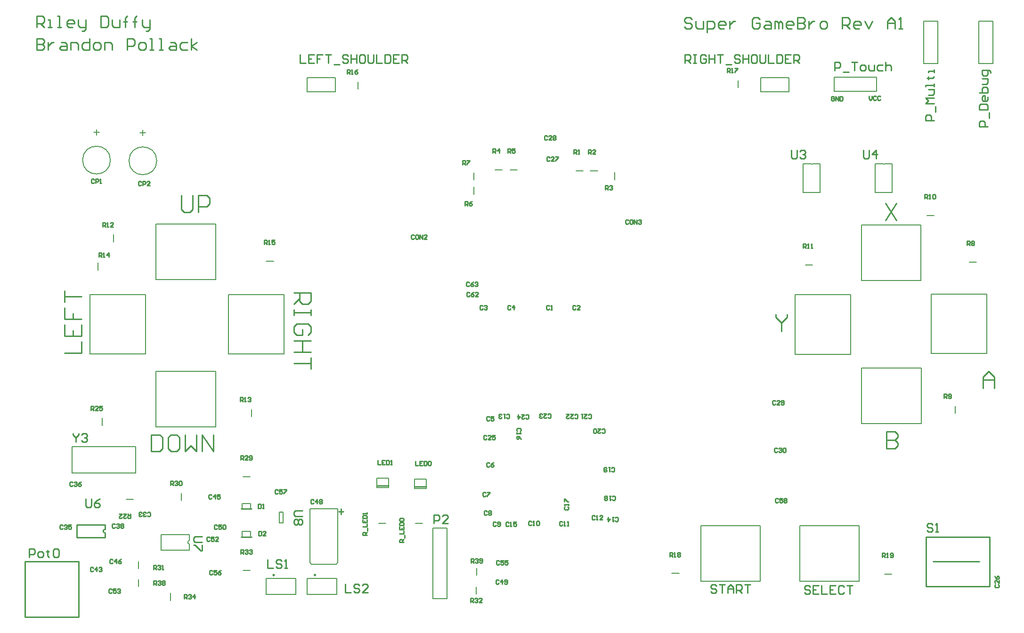
<source format=gto>
G04 Layer_Color=65535*
%FSLAX25Y25*%
%MOIN*%
G70*
G01*
G75*
%ADD35C,0.01000*%
%ADD85C,0.00787*%
%ADD86C,0.00984*%
D35*
X56800Y57200D02*
G03*
X56800Y54700I0J-1250D01*
G01*
X260Y-5028D02*
X38055D01*
X260Y34343D02*
X33331D01*
X260Y-4634D02*
Y34343D01*
X33331D02*
X38055D01*
Y-4634D02*
Y34343D01*
X153057Y71631D02*
X160537D01*
X153057Y51932D02*
X160537D01*
X682975Y16913D02*
Y51913D01*
X637975D02*
X682975D01*
X637975Y16913D02*
Y51913D01*
Y16913D02*
X682975D01*
X642975Y34413D02*
X659475D01*
X654975D02*
X675475D01*
X249463Y88128D02*
X257534D01*
X223805Y67948D02*
Y71885D01*
X222230Y69916D02*
X225379D01*
X36800Y60582D02*
X56800D01*
X36800Y51527D02*
Y60582D01*
Y51527D02*
X56800D01*
Y54700D01*
Y57200D02*
Y60582D01*
X275963Y87628D02*
X284034D01*
X82499Y303199D02*
X81999Y303699D01*
X81000D01*
X80500Y303199D01*
Y301200D01*
X81000Y300700D01*
X81999D01*
X82499Y301200D01*
X83499Y300700D02*
Y303699D01*
X84999D01*
X85498Y303199D01*
Y302200D01*
X84999Y301700D01*
X83499D01*
X88497Y300700D02*
X86498D01*
X88497Y302699D01*
Y303199D01*
X87998Y303699D01*
X86998D01*
X86498Y303199D01*
X49099Y304799D02*
X48599Y305299D01*
X47600D01*
X47100Y304799D01*
Y302800D01*
X47600Y302300D01*
X48599D01*
X49099Y302800D01*
X50099Y302300D02*
Y305299D01*
X51599D01*
X52098Y304799D01*
Y303800D01*
X51599Y303300D01*
X50099D01*
X53098Y302300D02*
X54098D01*
X53598D01*
Y305299D01*
X53098Y304799D01*
X314599Y231899D02*
X314100Y232399D01*
X313100D01*
X312600Y231899D01*
Y229900D01*
X313100Y229400D01*
X314100D01*
X314599Y229900D01*
X317598Y232399D02*
X316599Y231899D01*
X315599Y230900D01*
Y229900D01*
X316099Y229400D01*
X317098D01*
X317598Y229900D01*
Y230400D01*
X317098Y230900D01*
X315599D01*
X318598Y231899D02*
X319098Y232399D01*
X320098D01*
X320597Y231899D01*
Y231399D01*
X320098Y230900D01*
X319598D01*
X320098D01*
X320597Y230400D01*
Y229900D01*
X320098Y229400D01*
X319098D01*
X318598Y229900D01*
X314799Y224699D02*
X314300Y225199D01*
X313300D01*
X312800Y224699D01*
Y222700D01*
X313300Y222200D01*
X314300D01*
X314799Y222700D01*
X317798Y225199D02*
X316799Y224699D01*
X315799Y223699D01*
Y222700D01*
X316299Y222200D01*
X317299D01*
X317798Y222700D01*
Y223200D01*
X317299Y223699D01*
X315799D01*
X320797Y222200D02*
X318798D01*
X320797Y224199D01*
Y224699D01*
X320298Y225199D01*
X319298D01*
X318798Y224699D01*
X533200Y78699D02*
X532700Y79199D01*
X531700D01*
X531200Y78699D01*
Y76700D01*
X531700Y76200D01*
X532700D01*
X533200Y76700D01*
X536199Y79199D02*
X534199D01*
Y77700D01*
X535199Y78199D01*
X535699D01*
X536199Y77700D01*
Y76700D01*
X535699Y76200D01*
X534699D01*
X534199Y76700D01*
X537198Y78699D02*
X537698Y79199D01*
X538698D01*
X539198Y78699D01*
Y78199D01*
X538698Y77700D01*
X539198Y77200D01*
Y76700D01*
X538698Y76200D01*
X537698D01*
X537198Y76700D01*
Y77200D01*
X537698Y77700D01*
X537198Y78199D01*
Y78699D01*
X537698Y77700D02*
X538698D01*
X196498Y70400D02*
X191500D01*
X190500Y69400D01*
Y67401D01*
X191500Y66401D01*
X196498D01*
X195498Y64402D02*
X196498Y63402D01*
Y61403D01*
X195498Y60403D01*
X194499D01*
X193499Y61403D01*
X192499Y60403D01*
X191500D01*
X190500Y61403D01*
Y63402D01*
X191500Y64402D01*
X192499D01*
X193499Y63402D01*
X194499Y64402D01*
X195498D01*
X193499Y63402D02*
Y61403D01*
X179100Y84899D02*
X178600Y85399D01*
X177600D01*
X177100Y84899D01*
Y82900D01*
X177600Y82400D01*
X178600D01*
X179100Y82900D01*
X182098Y85399D02*
X180099D01*
Y83900D01*
X181099Y84399D01*
X181599D01*
X182098Y83900D01*
Y82900D01*
X181599Y82400D01*
X180599D01*
X180099Y82900D01*
X183098Y85399D02*
X185098D01*
Y84899D01*
X183098Y82900D01*
Y82400D01*
X642499Y60399D02*
X641499Y61398D01*
X639500D01*
X638500Y60399D01*
Y59399D01*
X639500Y58399D01*
X641499D01*
X642499Y57399D01*
Y56400D01*
X641499Y55400D01*
X639500D01*
X638500Y56400D01*
X644498Y55400D02*
X646498D01*
X645498D01*
Y61398D01*
X644498Y60399D01*
X593647Y325698D02*
Y320700D01*
X594647Y319700D01*
X596646D01*
X597646Y320700D01*
Y325698D01*
X602644Y319700D02*
Y325698D01*
X599646Y322699D01*
X603644D01*
X542647Y325698D02*
Y320700D01*
X543647Y319700D01*
X545646D01*
X546646Y320700D01*
Y325698D01*
X548645Y324698D02*
X549645Y325698D01*
X551645D01*
X552644Y324698D01*
Y323699D01*
X551645Y322699D01*
X550645D01*
X551645D01*
X552644Y321700D01*
Y320700D01*
X551645Y319700D01*
X549645D01*
X548645Y320700D01*
X555999Y16498D02*
X554999Y17498D01*
X553000D01*
X552000Y16498D01*
Y15499D01*
X553000Y14499D01*
X554999D01*
X555999Y13499D01*
Y12500D01*
X554999Y11500D01*
X553000D01*
X552000Y12500D01*
X561997Y17498D02*
X557998D01*
Y11500D01*
X561997D01*
X557998Y14499D02*
X559997D01*
X563996Y17498D02*
Y11500D01*
X567995D01*
X573993Y17498D02*
X569994D01*
Y11500D01*
X573993D01*
X569994Y14499D02*
X571993D01*
X579991Y16498D02*
X578991Y17498D01*
X576992D01*
X575992Y16498D01*
Y12500D01*
X576992Y11500D01*
X578991D01*
X579991Y12500D01*
X581990Y17498D02*
X585989D01*
X583990D01*
Y11500D01*
X489499Y16998D02*
X488499Y17998D01*
X486500D01*
X485500Y16998D01*
Y15999D01*
X486500Y14999D01*
X488499D01*
X489499Y13999D01*
Y13000D01*
X488499Y12000D01*
X486500D01*
X485500Y13000D01*
X491498Y17998D02*
X495497D01*
X493497D01*
Y12000D01*
X497496D02*
Y15999D01*
X499496Y17998D01*
X501495Y15999D01*
Y12000D01*
Y14999D01*
X497496D01*
X503494Y12000D02*
Y17998D01*
X506493D01*
X507493Y16998D01*
Y14999D01*
X506493Y13999D01*
X503494D01*
X505493D02*
X507493Y12000D01*
X509492Y17998D02*
X513491D01*
X511492D01*
Y12000D01*
X467100Y387600D02*
Y393598D01*
X470099D01*
X471099Y392598D01*
Y390599D01*
X470099Y389599D01*
X467100D01*
X469099D02*
X471099Y387600D01*
X473098Y393598D02*
X475097D01*
X474098D01*
Y387600D01*
X473098D01*
X475097D01*
X482095Y392598D02*
X481096Y393598D01*
X479096D01*
X478096Y392598D01*
Y388600D01*
X479096Y387600D01*
X481096D01*
X482095Y388600D01*
Y390599D01*
X480096D01*
X484094Y393598D02*
Y387600D01*
Y390599D01*
X488093D01*
Y393598D01*
Y387600D01*
X490093Y393598D02*
X494091D01*
X492092D01*
Y387600D01*
X496091Y386600D02*
X500089D01*
X506087Y392598D02*
X505088Y393598D01*
X503088D01*
X502089Y392598D01*
Y391599D01*
X503088Y390599D01*
X505088D01*
X506087Y389599D01*
Y388600D01*
X505088Y387600D01*
X503088D01*
X502089Y388600D01*
X508087Y393598D02*
Y387600D01*
Y390599D01*
X512085D01*
Y393598D01*
Y387600D01*
X517084Y393598D02*
X515085D01*
X514085Y392598D01*
Y388600D01*
X515085Y387600D01*
X517084D01*
X518083Y388600D01*
Y392598D01*
X517084Y393598D01*
X520083D02*
Y388600D01*
X521082Y387600D01*
X523082D01*
X524082Y388600D01*
Y393598D01*
X526081D02*
Y387600D01*
X530080D01*
X532079Y393598D02*
Y387600D01*
X535078D01*
X536078Y388600D01*
Y392598D01*
X535078Y393598D01*
X532079D01*
X542076D02*
X538077D01*
Y387600D01*
X542076D01*
X538077Y390599D02*
X540076D01*
X544075Y387600D02*
Y393598D01*
X547074D01*
X548074Y392598D01*
Y390599D01*
X547074Y389599D01*
X544075D01*
X546074D02*
X548074Y387600D01*
X195000Y393598D02*
Y387600D01*
X198999D01*
X204997Y393598D02*
X200998D01*
Y387600D01*
X204997D01*
X200998Y390599D02*
X202997D01*
X210995Y393598D02*
X206996D01*
Y390599D01*
X208996D01*
X206996D01*
Y387600D01*
X212994Y393598D02*
X216993D01*
X214994D01*
Y387600D01*
X218992Y386600D02*
X222991D01*
X228989Y392598D02*
X227989Y393598D01*
X225990D01*
X224990Y392598D01*
Y391599D01*
X225990Y390599D01*
X227989D01*
X228989Y389599D01*
Y388600D01*
X227989Y387600D01*
X225990D01*
X224990Y388600D01*
X230988Y393598D02*
Y387600D01*
Y390599D01*
X234987D01*
Y393598D01*
Y387600D01*
X239985Y393598D02*
X237986D01*
X236986Y392598D01*
Y388600D01*
X237986Y387600D01*
X239985D01*
X240985Y388600D01*
Y392598D01*
X239985Y393598D01*
X242985D02*
Y388600D01*
X243984Y387600D01*
X245984D01*
X246983Y388600D01*
Y393598D01*
X248983D02*
Y387600D01*
X252981D01*
X254981Y393598D02*
Y387600D01*
X257980D01*
X258979Y388600D01*
Y392598D01*
X257980Y393598D01*
X254981D01*
X264977D02*
X260979D01*
Y387600D01*
X264977D01*
X260979Y390599D02*
X262978D01*
X266977Y387600D02*
Y393598D01*
X269976D01*
X270975Y392598D01*
Y390599D01*
X269976Y389599D01*
X266977D01*
X268976D02*
X270975Y387600D01*
X289500Y61400D02*
Y67398D01*
X292499D01*
X293499Y66399D01*
Y64399D01*
X292499Y63399D01*
X289500D01*
X299497Y61400D02*
X295498D01*
X299497Y65399D01*
Y66399D01*
X298497Y67398D01*
X296498D01*
X295498Y66399D01*
X275600Y265399D02*
X275100Y265899D01*
X274100D01*
X273600Y265399D01*
Y263400D01*
X274100Y262900D01*
X275100D01*
X275600Y263400D01*
X278099Y265899D02*
X277099D01*
X276599Y265399D01*
Y263400D01*
X277099Y262900D01*
X278099D01*
X278598Y263400D01*
Y265399D01*
X278099Y265899D01*
X279598Y262900D02*
Y265899D01*
X281598Y262900D01*
Y265899D01*
X284597Y262900D02*
X282597D01*
X284597Y264899D01*
Y265399D01*
X284097Y265899D01*
X283097D01*
X282597Y265399D01*
X427200Y275999D02*
X426700Y276499D01*
X425700D01*
X425200Y275999D01*
Y274000D01*
X425700Y273500D01*
X426700D01*
X427200Y274000D01*
X429699Y276499D02*
X428699D01*
X428199Y275999D01*
Y274000D01*
X428699Y273500D01*
X429699D01*
X430198Y274000D01*
Y275999D01*
X429699Y276499D01*
X431198Y273500D02*
Y276499D01*
X433198Y273500D01*
Y276499D01*
X434197Y275999D02*
X434697Y276499D01*
X435697D01*
X436197Y275999D01*
Y275500D01*
X435697Y275000D01*
X435197D01*
X435697D01*
X436197Y274500D01*
Y274000D01*
X435697Y273500D01*
X434697D01*
X434197Y274000D01*
X371199Y215399D02*
X370700Y215899D01*
X369700D01*
X369200Y215399D01*
Y213400D01*
X369700Y212900D01*
X370700D01*
X371199Y213400D01*
X372199Y212900D02*
X373199D01*
X372699D01*
Y215899D01*
X372199Y215399D01*
X389799D02*
X389300Y215899D01*
X388300D01*
X387800Y215399D01*
Y213400D01*
X388300Y212900D01*
X389300D01*
X389799Y213400D01*
X392798Y212900D02*
X390799D01*
X392798Y214899D01*
Y215399D01*
X392299Y215899D01*
X391299D01*
X390799Y215399D01*
X324099D02*
X323600Y215899D01*
X322600D01*
X322100Y215399D01*
Y213400D01*
X322600Y212900D01*
X323600D01*
X324099Y213400D01*
X325099Y215399D02*
X325599Y215899D01*
X326599D01*
X327098Y215399D01*
Y214899D01*
X326599Y214400D01*
X326099D01*
X326599D01*
X327098Y213900D01*
Y213400D01*
X326599Y212900D01*
X325599D01*
X325099Y213400D01*
X343799Y215399D02*
X343300Y215899D01*
X342300D01*
X341800Y215399D01*
Y213400D01*
X342300Y212900D01*
X343300D01*
X343799Y213400D01*
X346299Y212900D02*
Y215899D01*
X344799Y214400D01*
X346798D01*
X328999Y136699D02*
X328500Y137199D01*
X327500D01*
X327000Y136699D01*
Y134700D01*
X327500Y134200D01*
X328500D01*
X328999Y134700D01*
X331998Y137199D02*
X329999D01*
Y135699D01*
X330999Y136199D01*
X331499D01*
X331998Y135699D01*
Y134700D01*
X331499Y134200D01*
X330499D01*
X329999Y134700D01*
X328899Y103999D02*
X328399Y104499D01*
X327400D01*
X326900Y103999D01*
Y102000D01*
X327400Y101500D01*
X328399D01*
X328899Y102000D01*
X331898Y104499D02*
X330899Y103999D01*
X329899Y102999D01*
Y102000D01*
X330399Y101500D01*
X331399D01*
X331898Y102000D01*
Y102500D01*
X331399Y102999D01*
X329899D01*
X326299Y82999D02*
X325799Y83499D01*
X324800D01*
X324300Y82999D01*
Y81000D01*
X324800Y80500D01*
X325799D01*
X326299Y81000D01*
X327299Y83499D02*
X329298D01*
Y82999D01*
X327299Y81000D01*
Y80500D01*
X327099Y69799D02*
X326600Y70299D01*
X325600D01*
X325100Y69799D01*
Y67800D01*
X325600Y67300D01*
X326600D01*
X327099Y67800D01*
X328099Y69799D02*
X328599Y70299D01*
X329598D01*
X330098Y69799D01*
Y69299D01*
X329598Y68800D01*
X330098Y68300D01*
Y67800D01*
X329598Y67300D01*
X328599D01*
X328099Y67800D01*
Y68300D01*
X328599Y68800D01*
X328099Y69299D01*
Y69799D01*
X328599Y68800D02*
X329598D01*
X333499Y61999D02*
X332999Y62499D01*
X332000D01*
X331500Y61999D01*
Y60000D01*
X332000Y59500D01*
X332999D01*
X333499Y60000D01*
X334499D02*
X334999Y59500D01*
X335999D01*
X336498Y60000D01*
Y61999D01*
X335999Y62499D01*
X334999D01*
X334499Y61999D01*
Y61499D01*
X334999Y61000D01*
X336498D01*
X358599Y62599D02*
X358100Y63099D01*
X357100D01*
X356600Y62599D01*
Y60600D01*
X357100Y60100D01*
X358100D01*
X358599Y60600D01*
X359599Y60100D02*
X360599D01*
X360099D01*
Y63099D01*
X359599Y62599D01*
X362098D02*
X362598Y63099D01*
X363598D01*
X364098Y62599D01*
Y60600D01*
X363598Y60100D01*
X362598D01*
X362098Y60600D01*
Y62599D01*
X380499Y62399D02*
X379999Y62899D01*
X379000D01*
X378500Y62399D01*
Y60400D01*
X379000Y59900D01*
X379999D01*
X380499Y60400D01*
X381499Y59900D02*
X382499D01*
X381999D01*
Y62899D01*
X381499Y62399D01*
X383998Y59900D02*
X384998D01*
X384498D01*
Y62899D01*
X383998Y62399D01*
X403499Y66599D02*
X402999Y67099D01*
X402000D01*
X401500Y66599D01*
Y64600D01*
X402000Y64100D01*
X402999D01*
X403499Y64600D01*
X404499Y64100D02*
X405499D01*
X404999D01*
Y67099D01*
X404499Y66599D01*
X408998Y64100D02*
X406998D01*
X408998Y66099D01*
Y66599D01*
X408498Y67099D01*
X407498D01*
X406998Y66599D01*
X340901Y136301D02*
X341401Y135801D01*
X342400D01*
X342900Y136301D01*
Y138300D01*
X342400Y138800D01*
X341401D01*
X340901Y138300D01*
X339901Y138800D02*
X338901D01*
X339401D01*
Y135801D01*
X339901Y136301D01*
X337402D02*
X336902Y135801D01*
X335902D01*
X335402Y136301D01*
Y136801D01*
X335902Y137301D01*
X336402D01*
X335902D01*
X335402Y137800D01*
Y138300D01*
X335902Y138800D01*
X336902D01*
X337402Y138300D01*
X417701Y63401D02*
X418200Y62901D01*
X419200D01*
X419700Y63401D01*
Y65400D01*
X419200Y65900D01*
X418200D01*
X417701Y65400D01*
X416701Y65900D02*
X415701D01*
X416201D01*
Y62901D01*
X416701Y63401D01*
X412702Y65900D02*
Y62901D01*
X414202Y64401D01*
X412202D01*
X342399Y61899D02*
X341899Y62399D01*
X340900D01*
X340400Y61899D01*
Y59900D01*
X340900Y59400D01*
X341899D01*
X342399Y59900D01*
X343399Y59400D02*
X344399D01*
X343899D01*
Y62399D01*
X343399Y61899D01*
X347898Y62399D02*
X345898D01*
Y60900D01*
X346898Y61399D01*
X347398D01*
X347898Y60900D01*
Y59900D01*
X347398Y59400D01*
X346398D01*
X345898Y59900D01*
X350599Y126701D02*
X351099Y127200D01*
Y128200D01*
X350599Y128700D01*
X348600D01*
X348100Y128200D01*
Y127200D01*
X348600Y126701D01*
X348100Y125701D02*
Y124701D01*
Y125201D01*
X351099D01*
X350599Y125701D01*
X351099Y121202D02*
X350599Y122202D01*
X349600Y123202D01*
X348600D01*
X348100Y122702D01*
Y121702D01*
X348600Y121202D01*
X349100D01*
X349600Y121702D01*
Y123202D01*
X382201Y73199D02*
X381701Y72699D01*
Y71700D01*
X382201Y71200D01*
X384200D01*
X384700Y71700D01*
Y72699D01*
X384200Y73199D01*
X384700Y74199D02*
Y75199D01*
Y74699D01*
X381701D01*
X382201Y74199D01*
X381701Y76698D02*
Y78698D01*
X382201D01*
X384200Y76698D01*
X384700D01*
X415701Y78401D02*
X416200Y77901D01*
X417200D01*
X417700Y78401D01*
Y80400D01*
X417200Y80900D01*
X416200D01*
X415701Y80400D01*
X414701Y80900D02*
X413701D01*
X414201D01*
Y77901D01*
X414701Y78401D01*
X412202D02*
X411702Y77901D01*
X410702D01*
X410202Y78401D01*
Y78901D01*
X410702Y79400D01*
X410202Y79900D01*
Y80400D01*
X410702Y80900D01*
X411702D01*
X412202Y80400D01*
Y79900D01*
X411702Y79400D01*
X412202Y78901D01*
Y78401D01*
X411702Y79400D02*
X410702D01*
X415201Y98601D02*
X415700Y98101D01*
X416700D01*
X417200Y98601D01*
Y100600D01*
X416700Y101100D01*
X415700D01*
X415201Y100600D01*
X414201Y101100D02*
X413201D01*
X413701D01*
Y98101D01*
X414201Y98601D01*
X411702Y100600D02*
X411202Y101100D01*
X410202D01*
X409702Y100600D01*
Y98601D01*
X410202Y98101D01*
X411202D01*
X411702Y98601D01*
Y99101D01*
X411202Y99600D01*
X409702D01*
X408401Y125801D02*
X408900Y125301D01*
X409900D01*
X410400Y125801D01*
Y127800D01*
X409900Y128300D01*
X408900D01*
X408401Y127800D01*
X405402Y128300D02*
X407401D01*
X405402Y126301D01*
Y125801D01*
X405901Y125301D01*
X406901D01*
X407401Y125801D01*
X404402D02*
X403902Y125301D01*
X402902D01*
X402403Y125801D01*
Y127800D01*
X402902Y128300D01*
X403902D01*
X404402Y127800D01*
Y125801D01*
X398901Y136201D02*
X399400Y135701D01*
X400400D01*
X400900Y136201D01*
Y138200D01*
X400400Y138700D01*
X399400D01*
X398901Y138200D01*
X395902Y138700D02*
X397901D01*
X395902Y136701D01*
Y136201D01*
X396402Y135701D01*
X397401D01*
X397901Y136201D01*
X394902Y138700D02*
X393902D01*
X394402D01*
Y135701D01*
X394902Y136201D01*
X389201D02*
X389701Y135701D01*
X390700D01*
X391200Y136201D01*
Y138200D01*
X390700Y138700D01*
X389701D01*
X389201Y138200D01*
X386202Y138700D02*
X388201D01*
X386202Y136701D01*
Y136201D01*
X386701Y135701D01*
X387701D01*
X388201Y136201D01*
X383203Y138700D02*
X385202D01*
X383203Y136701D01*
Y136201D01*
X383702Y135701D01*
X384702D01*
X385202Y136201D01*
X370201Y136501D02*
X370701Y136001D01*
X371700D01*
X372200Y136501D01*
Y138500D01*
X371700Y139000D01*
X370701D01*
X370201Y138500D01*
X367202Y139000D02*
X369201D01*
X367202Y137001D01*
Y136501D01*
X367702Y136001D01*
X368701D01*
X369201Y136501D01*
X366202D02*
X365702Y136001D01*
X364702D01*
X364203Y136501D01*
Y137001D01*
X364702Y137501D01*
X365202D01*
X364702D01*
X364203Y138000D01*
Y138500D01*
X364702Y139000D01*
X365702D01*
X366202Y138500D01*
X354601Y136001D02*
X355100Y135501D01*
X356100D01*
X356600Y136001D01*
Y138000D01*
X356100Y138500D01*
X355100D01*
X354601Y138000D01*
X351602Y138500D02*
X353601D01*
X351602Y136501D01*
Y136001D01*
X352101Y135501D01*
X353101D01*
X353601Y136001D01*
X349102Y138500D02*
Y135501D01*
X350602Y137001D01*
X348603D01*
X326799Y123399D02*
X326300Y123899D01*
X325300D01*
X324800Y123399D01*
Y121400D01*
X325300Y120900D01*
X326300D01*
X326799Y121400D01*
X329798Y120900D02*
X327799D01*
X329798Y122899D01*
Y123399D01*
X329298Y123899D01*
X328299D01*
X327799Y123399D01*
X332797Y123899D02*
X330798D01*
Y122399D01*
X331798Y122899D01*
X332298D01*
X332797Y122399D01*
Y121400D01*
X332298Y120900D01*
X331298D01*
X330798Y121400D01*
X687001Y17999D02*
X686501Y17500D01*
Y16500D01*
X687001Y16000D01*
X689000D01*
X689500Y16500D01*
Y17500D01*
X689000Y17999D01*
X689500Y20998D02*
Y18999D01*
X687501Y20998D01*
X687001D01*
X686501Y20499D01*
Y19499D01*
X687001Y18999D01*
X686501Y23997D02*
X687001Y22998D01*
X688000Y21998D01*
X689000D01*
X689500Y22498D01*
Y23498D01*
X689000Y23997D01*
X688500D01*
X688000Y23498D01*
Y21998D01*
X371499Y320499D02*
X371000Y320999D01*
X370000D01*
X369500Y320499D01*
Y318500D01*
X370000Y318000D01*
X371000D01*
X371499Y318500D01*
X374498Y318000D02*
X372499D01*
X374498Y319999D01*
Y320499D01*
X373998Y320999D01*
X372999D01*
X372499Y320499D01*
X375498Y320999D02*
X377497D01*
Y320499D01*
X375498Y318500D01*
Y318000D01*
X369799Y335499D02*
X369300Y335999D01*
X368300D01*
X367800Y335499D01*
Y333500D01*
X368300Y333000D01*
X369300D01*
X369799Y333500D01*
X372798Y333000D02*
X370799D01*
X372798Y334999D01*
Y335499D01*
X372299Y335999D01*
X371299D01*
X370799Y335499D01*
X373798D02*
X374298Y335999D01*
X375298D01*
X375798Y335499D01*
Y334999D01*
X375298Y334500D01*
X375798Y334000D01*
Y333500D01*
X375298Y333000D01*
X374298D01*
X373798Y333500D01*
Y334000D01*
X374298Y334500D01*
X373798Y334999D01*
Y335499D01*
X374298Y334500D02*
X375298D01*
X531200Y148099D02*
X530700Y148599D01*
X529700D01*
X529200Y148099D01*
Y146100D01*
X529700Y145600D01*
X530700D01*
X531200Y146100D01*
X534199Y145600D02*
X532199D01*
X534199Y147599D01*
Y148099D01*
X533699Y148599D01*
X532699D01*
X532199Y148099D01*
X535198Y146100D02*
X535698Y145600D01*
X536698D01*
X537198Y146100D01*
Y148099D01*
X536698Y148599D01*
X535698D01*
X535198Y148099D01*
Y147599D01*
X535698Y147100D01*
X537198D01*
X532599Y114399D02*
X532100Y114899D01*
X531100D01*
X530600Y114399D01*
Y112400D01*
X531100Y111900D01*
X532100D01*
X532599Y112400D01*
X533599Y114399D02*
X534099Y114899D01*
X535099D01*
X535599Y114399D01*
Y113900D01*
X535099Y113400D01*
X534599D01*
X535099D01*
X535599Y112900D01*
Y112400D01*
X535099Y111900D01*
X534099D01*
X533599Y112400D01*
X536598Y114399D02*
X537098Y114899D01*
X538098D01*
X538598Y114399D01*
Y112400D01*
X538098Y111900D01*
X537098D01*
X536598Y112400D01*
Y114399D01*
X388600Y323100D02*
Y326099D01*
X390100D01*
X390600Y325599D01*
Y324600D01*
X390100Y324100D01*
X388600D01*
X389600D02*
X390600Y323100D01*
X391599D02*
X392599D01*
X392099D01*
Y326099D01*
X391599Y325599D01*
X398700Y323100D02*
Y326099D01*
X400200D01*
X400700Y325599D01*
Y324600D01*
X400200Y324100D01*
X398700D01*
X399700D02*
X400700Y323100D01*
X403699D02*
X401699D01*
X403699Y325099D01*
Y325599D01*
X403199Y326099D01*
X402199D01*
X401699Y325599D01*
X410800Y297700D02*
Y300699D01*
X412299D01*
X412799Y300199D01*
Y299200D01*
X412299Y298700D01*
X410800D01*
X411800D02*
X412799Y297700D01*
X413799Y300199D02*
X414299Y300699D01*
X415299D01*
X415798Y300199D01*
Y299699D01*
X415299Y299200D01*
X414799D01*
X415299D01*
X415798Y298700D01*
Y298200D01*
X415299Y297700D01*
X414299D01*
X413799Y298200D01*
X331200Y323800D02*
Y326799D01*
X332700D01*
X333200Y326299D01*
Y325300D01*
X332700Y324800D01*
X331200D01*
X332200D02*
X333200Y323800D01*
X335699D02*
Y326799D01*
X334199Y325300D01*
X336198D01*
X341900Y323800D02*
Y326799D01*
X343400D01*
X343900Y326299D01*
Y325300D01*
X343400Y324800D01*
X341900D01*
X342900D02*
X343900Y323800D01*
X346899Y326799D02*
X344899D01*
Y325300D01*
X345899Y325799D01*
X346399D01*
X346899Y325300D01*
Y324300D01*
X346399Y323800D01*
X345399D01*
X344899Y324300D01*
X311600Y286600D02*
Y289599D01*
X313100D01*
X313599Y289099D01*
Y288100D01*
X313100Y287600D01*
X311600D01*
X312600D02*
X313599Y286600D01*
X316598Y289599D02*
X315599Y289099D01*
X314599Y288100D01*
Y287100D01*
X315099Y286600D01*
X316098D01*
X316598Y287100D01*
Y287600D01*
X316098Y288100D01*
X314599D01*
X309900Y315500D02*
Y318499D01*
X311400D01*
X311899Y317999D01*
Y317000D01*
X311400Y316500D01*
X309900D01*
X310900D02*
X311899Y315500D01*
X312899Y318499D02*
X314898D01*
Y317999D01*
X312899Y316000D01*
Y315500D01*
X666900Y258400D02*
Y261399D01*
X668400D01*
X668899Y260899D01*
Y259900D01*
X668400Y259400D01*
X666900D01*
X667900D02*
X668899Y258400D01*
X669899Y260899D02*
X670399Y261399D01*
X671399D01*
X671899Y260899D01*
Y260400D01*
X671399Y259900D01*
X671899Y259400D01*
Y258900D01*
X671399Y258400D01*
X670399D01*
X669899Y258900D01*
Y259400D01*
X670399Y259900D01*
X669899Y260400D01*
Y260899D01*
X670399Y259900D02*
X671399D01*
X650600Y150100D02*
Y153099D01*
X652100D01*
X652599Y152599D01*
Y151600D01*
X652100Y151100D01*
X650600D01*
X651600D02*
X652599Y150100D01*
X653599Y150600D02*
X654099Y150100D01*
X655099D01*
X655598Y150600D01*
Y152599D01*
X655099Y153099D01*
X654099D01*
X653599Y152599D01*
Y152100D01*
X654099Y151600D01*
X655598D01*
X636900Y291400D02*
Y294399D01*
X638400D01*
X638900Y293899D01*
Y292900D01*
X638400Y292400D01*
X636900D01*
X637900D02*
X638900Y291400D01*
X639899D02*
X640899D01*
X640399D01*
Y294399D01*
X639899Y293899D01*
X642398D02*
X642898Y294399D01*
X643898D01*
X644398Y293899D01*
Y291900D01*
X643898Y291400D01*
X642898D01*
X642398Y291900D01*
Y293899D01*
X550900Y256400D02*
Y259399D01*
X552400D01*
X552900Y258899D01*
Y257900D01*
X552400Y257400D01*
X550900D01*
X551900D02*
X552900Y256400D01*
X553899D02*
X554899D01*
X554399D01*
Y259399D01*
X553899Y258899D01*
X556398Y256400D02*
X557398D01*
X556898D01*
Y259399D01*
X556398Y258899D01*
X55100Y271600D02*
Y274599D01*
X56600D01*
X57099Y274099D01*
Y273100D01*
X56600Y272600D01*
X55100D01*
X56100D02*
X57099Y271600D01*
X58099D02*
X59099D01*
X58599D01*
Y274599D01*
X58099Y274099D01*
X62598Y271600D02*
X60598D01*
X62598Y273600D01*
Y274099D01*
X62098Y274599D01*
X61098D01*
X60598Y274099D01*
X152500Y147700D02*
Y150699D01*
X154000D01*
X154499Y150199D01*
Y149200D01*
X154000Y148700D01*
X152500D01*
X153500D02*
X154499Y147700D01*
X155499D02*
X156499D01*
X155999D01*
Y150699D01*
X155499Y150199D01*
X157998D02*
X158498Y150699D01*
X159498D01*
X159998Y150199D01*
Y149699D01*
X159498Y149200D01*
X158998D01*
X159498D01*
X159998Y148700D01*
Y148200D01*
X159498Y147700D01*
X158498D01*
X157998Y148200D01*
X52500Y250000D02*
Y252999D01*
X54000D01*
X54499Y252499D01*
Y251500D01*
X54000Y251000D01*
X52500D01*
X53500D02*
X54499Y250000D01*
X55499D02*
X56499D01*
X55999D01*
Y252999D01*
X55499Y252499D01*
X59498Y250000D02*
Y252999D01*
X57998Y251500D01*
X59998D01*
X169400Y259100D02*
Y262099D01*
X170900D01*
X171399Y261599D01*
Y260600D01*
X170900Y260100D01*
X169400D01*
X170400D02*
X171399Y259100D01*
X172399D02*
X173399D01*
X172899D01*
Y262099D01*
X172399Y261599D01*
X176898Y262099D02*
X174898D01*
Y260600D01*
X175898Y261100D01*
X176398D01*
X176898Y260600D01*
Y259600D01*
X176398Y259100D01*
X175398D01*
X174898Y259600D01*
X228100Y379800D02*
Y382799D01*
X229600D01*
X230100Y382299D01*
Y381300D01*
X229600Y380800D01*
X228100D01*
X229100D02*
X230100Y379800D01*
X231099D02*
X232099D01*
X231599D01*
Y382799D01*
X231099Y382299D01*
X235598Y382799D02*
X234598Y382299D01*
X233598Y381300D01*
Y380300D01*
X234098Y379800D01*
X235098D01*
X235598Y380300D01*
Y380800D01*
X235098Y381300D01*
X233598D01*
X497100Y380800D02*
Y383799D01*
X498600D01*
X499099Y383299D01*
Y382300D01*
X498600Y381800D01*
X497100D01*
X498100D02*
X499099Y380800D01*
X500099D02*
X501099D01*
X500599D01*
Y383799D01*
X500099Y383299D01*
X502598Y383799D02*
X504598D01*
Y383299D01*
X502598Y381300D01*
Y380800D01*
X456400Y37900D02*
Y40899D01*
X457900D01*
X458399Y40399D01*
Y39400D01*
X457900Y38900D01*
X456400D01*
X457400D02*
X458399Y37900D01*
X459399D02*
X460399D01*
X459899D01*
Y40899D01*
X459399Y40399D01*
X461898D02*
X462398Y40899D01*
X463398D01*
X463898Y40399D01*
Y39900D01*
X463398Y39400D01*
X463898Y38900D01*
Y38400D01*
X463398Y37900D01*
X462398D01*
X461898Y38400D01*
Y38900D01*
X462398Y39400D01*
X461898Y39900D01*
Y40399D01*
X462398Y39400D02*
X463398D01*
X606900Y37400D02*
Y40399D01*
X608400D01*
X608899Y39899D01*
Y38900D01*
X608400Y38400D01*
X606900D01*
X607900D02*
X608899Y37400D01*
X609899D02*
X610899D01*
X610399D01*
Y40399D01*
X609899Y39899D01*
X612398Y37900D02*
X612898Y37400D01*
X613898D01*
X614398Y37900D01*
Y39899D01*
X613898Y40399D01*
X612898D01*
X612398Y39899D01*
Y39399D01*
X612898Y38900D01*
X614398D01*
X86801Y66801D02*
X87300Y66301D01*
X88300D01*
X88800Y66801D01*
Y68800D01*
X88300Y69300D01*
X87300D01*
X86801Y68800D01*
X85801Y66801D02*
X85301Y66301D01*
X84301D01*
X83802Y66801D01*
Y67301D01*
X84301Y67800D01*
X84801D01*
X84301D01*
X83802Y68300D01*
Y68800D01*
X84301Y69300D01*
X85301D01*
X85801Y68800D01*
X82802Y66801D02*
X82302Y66301D01*
X81302D01*
X80803Y66801D01*
Y67301D01*
X81302Y67800D01*
X81802D01*
X81302D01*
X80803Y68300D01*
Y68800D01*
X81302Y69300D01*
X82302D01*
X82802Y68800D01*
X26899Y59899D02*
X26399Y60399D01*
X25400D01*
X24900Y59899D01*
Y57900D01*
X25400Y57400D01*
X26399D01*
X26899Y57900D01*
X27899Y59899D02*
X28399Y60399D01*
X29399D01*
X29898Y59899D01*
Y59399D01*
X29399Y58899D01*
X28899D01*
X29399D01*
X29898Y58400D01*
Y57900D01*
X29399Y57400D01*
X28399D01*
X27899Y57900D01*
X32897Y60399D02*
X30898D01*
Y58899D01*
X31898Y59399D01*
X32398D01*
X32897Y58899D01*
Y57900D01*
X32398Y57400D01*
X31398D01*
X30898Y57900D01*
X33900Y90299D02*
X33400Y90799D01*
X32400D01*
X31900Y90299D01*
Y88300D01*
X32400Y87800D01*
X33400D01*
X33900Y88300D01*
X34899Y90299D02*
X35399Y90799D01*
X36399D01*
X36898Y90299D01*
Y89799D01*
X36399Y89300D01*
X35899D01*
X36399D01*
X36898Y88800D01*
Y88300D01*
X36399Y87800D01*
X35399D01*
X34899Y88300D01*
X39898Y90799D02*
X38898Y90299D01*
X37898Y89300D01*
Y88300D01*
X38398Y87800D01*
X39398D01*
X39898Y88300D01*
Y88800D01*
X39398Y89300D01*
X37898D01*
X63899Y60699D02*
X63400Y61199D01*
X62400D01*
X61900Y60699D01*
Y58700D01*
X62400Y58200D01*
X63400D01*
X63899Y58700D01*
X64899Y60699D02*
X65399Y61199D01*
X66399D01*
X66899Y60699D01*
Y60199D01*
X66399Y59700D01*
X65899D01*
X66399D01*
X66899Y59200D01*
Y58700D01*
X66399Y58200D01*
X65399D01*
X64899Y58700D01*
X67898Y60699D02*
X68398Y61199D01*
X69398D01*
X69898Y60699D01*
Y60199D01*
X69398Y59700D01*
X69898Y59200D01*
Y58700D01*
X69398Y58200D01*
X68398D01*
X67898Y58700D01*
Y59200D01*
X68398Y59700D01*
X67898Y60199D01*
Y60699D01*
X68398Y59700D02*
X69398D01*
X48499Y29899D02*
X48000Y30399D01*
X47000D01*
X46500Y29899D01*
Y27900D01*
X47000Y27400D01*
X48000D01*
X48499Y27900D01*
X50999Y27400D02*
Y30399D01*
X49499Y28899D01*
X51498D01*
X52498Y29899D02*
X52998Y30399D01*
X53998D01*
X54497Y29899D01*
Y29399D01*
X53998Y28899D01*
X53498D01*
X53998D01*
X54497Y28400D01*
Y27900D01*
X53998Y27400D01*
X52998D01*
X52498Y27900D01*
X132199Y81299D02*
X131700Y81799D01*
X130700D01*
X130200Y81299D01*
Y79300D01*
X130700Y78800D01*
X131700D01*
X132199Y79300D01*
X134699Y78800D02*
Y81799D01*
X133199Y80300D01*
X135198D01*
X138197Y81799D02*
X136198D01*
Y80300D01*
X137198Y80799D01*
X137698D01*
X138197Y80300D01*
Y79300D01*
X137698Y78800D01*
X136698D01*
X136198Y79300D01*
X62299Y35558D02*
X61800Y36058D01*
X60800D01*
X60300Y35558D01*
Y33559D01*
X60800Y33059D01*
X61800D01*
X62299Y33559D01*
X64799Y33059D02*
Y36058D01*
X63299Y34559D01*
X65298D01*
X68297Y36058D02*
X67298Y35558D01*
X66298Y34559D01*
Y33559D01*
X66798Y33059D01*
X67798D01*
X68297Y33559D01*
Y34059D01*
X67798Y34559D01*
X66298D01*
X204399Y77899D02*
X203900Y78399D01*
X202900D01*
X202400Y77899D01*
Y75900D01*
X202900Y75400D01*
X203900D01*
X204399Y75900D01*
X206899Y75400D02*
Y78399D01*
X205399Y76900D01*
X207399D01*
X208398Y77899D02*
X208898Y78399D01*
X209898D01*
X210398Y77899D01*
Y77399D01*
X209898Y76900D01*
X210398Y76400D01*
Y75900D01*
X209898Y75400D01*
X208898D01*
X208398Y75900D01*
Y76400D01*
X208898Y76900D01*
X208398Y77399D01*
Y77899D01*
X208898Y76900D02*
X209898D01*
X335399Y21099D02*
X334899Y21599D01*
X333900D01*
X333400Y21099D01*
Y19100D01*
X333900Y18600D01*
X334899D01*
X335399Y19100D01*
X337898Y18600D02*
Y21599D01*
X336399Y20099D01*
X338398D01*
X339398Y19100D02*
X339898Y18600D01*
X340898D01*
X341397Y19100D01*
Y21099D01*
X340898Y21599D01*
X339898D01*
X339398Y21099D01*
Y20599D01*
X339898Y20099D01*
X341397D01*
X136099Y59899D02*
X135600Y60399D01*
X134600D01*
X134100Y59899D01*
Y57900D01*
X134600Y57400D01*
X135600D01*
X136099Y57900D01*
X139098Y60399D02*
X137099D01*
Y58899D01*
X138099Y59399D01*
X138599D01*
X139098Y58899D01*
Y57900D01*
X138599Y57400D01*
X137599D01*
X137099Y57900D01*
X140098Y59899D02*
X140598Y60399D01*
X141598D01*
X142097Y59899D01*
Y57900D01*
X141598Y57400D01*
X140598D01*
X140098Y57900D01*
Y59899D01*
X130900Y51399D02*
X130400Y51899D01*
X129400D01*
X128900Y51399D01*
Y49400D01*
X129400Y48900D01*
X130400D01*
X130900Y49400D01*
X133898Y51899D02*
X131899D01*
Y50400D01*
X132899Y50899D01*
X133399D01*
X133898Y50400D01*
Y49400D01*
X133399Y48900D01*
X132399D01*
X131899Y49400D01*
X136898Y48900D02*
X134898D01*
X136898Y50899D01*
Y51399D01*
X136398Y51899D01*
X135398D01*
X134898Y51399D01*
X61599Y14558D02*
X61099Y15058D01*
X60100D01*
X59600Y14558D01*
Y12559D01*
X60100Y12059D01*
X61099D01*
X61599Y12559D01*
X64598Y15058D02*
X62599D01*
Y13559D01*
X63599Y14058D01*
X64099D01*
X64598Y13559D01*
Y12559D01*
X64099Y12059D01*
X63099D01*
X62599Y12559D01*
X65598Y14558D02*
X66098Y15058D01*
X67098D01*
X67597Y14558D01*
Y14058D01*
X67098Y13559D01*
X66598D01*
X67098D01*
X67597Y13059D01*
Y12559D01*
X67098Y12059D01*
X66098D01*
X65598Y12559D01*
X335799Y34699D02*
X335299Y35199D01*
X334300D01*
X333800Y34699D01*
Y32700D01*
X334300Y32200D01*
X335299D01*
X335799Y32700D01*
X338798Y35199D02*
X336799D01*
Y33700D01*
X337799Y34199D01*
X338299D01*
X338798Y33700D01*
Y32700D01*
X338299Y32200D01*
X337299D01*
X336799Y32700D01*
X341797Y35199D02*
X339798D01*
Y33700D01*
X340798Y34199D01*
X341298D01*
X341797Y33700D01*
Y32700D01*
X341298Y32200D01*
X340298D01*
X339798Y32700D01*
X132799Y27699D02*
X132299Y28199D01*
X131300D01*
X130800Y27699D01*
Y25700D01*
X131300Y25200D01*
X132299D01*
X132799Y25700D01*
X135798Y28199D02*
X133799D01*
Y26700D01*
X134799Y27199D01*
X135299D01*
X135798Y26700D01*
Y25700D01*
X135299Y25200D01*
X134299D01*
X133799Y25700D01*
X138797Y28199D02*
X137798Y27699D01*
X136798Y26700D01*
Y25700D01*
X137298Y25200D01*
X138298D01*
X138797Y25700D01*
Y26200D01*
X138298Y26700D01*
X136798D01*
X165300Y75199D02*
Y72200D01*
X166799D01*
X167299Y72700D01*
Y74699D01*
X166799Y75199D01*
X165300D01*
X168299Y72200D02*
X169299D01*
X168799D01*
Y75199D01*
X168299Y74699D01*
X165600Y55799D02*
Y52800D01*
X167099D01*
X167599Y53300D01*
Y55299D01*
X167099Y55799D01*
X165600D01*
X170598Y52800D02*
X168599D01*
X170598Y54799D01*
Y55299D01*
X170099Y55799D01*
X169099D01*
X168599Y55299D01*
X172000Y35698D02*
Y29700D01*
X175999D01*
X181997Y34698D02*
X180997Y35698D01*
X178998D01*
X177998Y34698D01*
Y33699D01*
X178998Y32699D01*
X180997D01*
X181997Y31699D01*
Y30700D01*
X180997Y29700D01*
X178998D01*
X177998Y30700D01*
X183996Y29700D02*
X185995D01*
X184996D01*
Y35698D01*
X183996Y34698D01*
X227000Y18498D02*
Y12500D01*
X230999D01*
X236997Y17498D02*
X235997Y18498D01*
X233998D01*
X232998Y17498D01*
Y16499D01*
X233998Y15499D01*
X235997D01*
X236997Y14499D01*
Y13500D01*
X235997Y12500D01*
X233998D01*
X232998Y13500D01*
X242995Y12500D02*
X238996D01*
X242995Y16499D01*
Y17498D01*
X241995Y18498D01*
X239996D01*
X238996Y17498D01*
X74800Y68000D02*
Y65001D01*
X73300D01*
X72801Y65501D01*
Y66501D01*
X73300Y67000D01*
X74800D01*
X73800D02*
X72801Y68000D01*
X69802D02*
X71801D01*
X69802Y66001D01*
Y65501D01*
X70301Y65001D01*
X71301D01*
X71801Y65501D01*
X66803Y68000D02*
X68802D01*
X66803Y66001D01*
Y65501D01*
X67302Y65001D01*
X68302D01*
X68802Y65501D01*
X46800Y141600D02*
Y144599D01*
X48300D01*
X48799Y144099D01*
Y143100D01*
X48300Y142600D01*
X46800D01*
X47800D02*
X48799Y141600D01*
X51798D02*
X49799D01*
X51798Y143599D01*
Y144099D01*
X51299Y144599D01*
X50299D01*
X49799Y144099D01*
X54798Y144599D02*
X52798D01*
Y143100D01*
X53798Y143599D01*
X54298D01*
X54798Y143100D01*
Y142100D01*
X54298Y141600D01*
X53298D01*
X52798Y142100D01*
X152800Y106300D02*
Y109299D01*
X154300D01*
X154799Y108799D01*
Y107800D01*
X154300Y107300D01*
X152800D01*
X153800D02*
X154799Y106300D01*
X157799D02*
X155799D01*
X157799Y108300D01*
Y108799D01*
X157299Y109299D01*
X156299D01*
X155799Y108799D01*
X158798Y106800D02*
X159298Y106300D01*
X160298D01*
X160798Y106800D01*
Y108799D01*
X160298Y109299D01*
X159298D01*
X158798Y108799D01*
Y108300D01*
X159298Y107800D01*
X160798D01*
X103100Y88300D02*
Y91299D01*
X104600D01*
X105099Y90799D01*
Y89800D01*
X104600Y89300D01*
X103100D01*
X104100D02*
X105099Y88300D01*
X106099Y90799D02*
X106599Y91299D01*
X107599D01*
X108098Y90799D01*
Y90299D01*
X107599Y89800D01*
X107099D01*
X107599D01*
X108098Y89300D01*
Y88800D01*
X107599Y88300D01*
X106599D01*
X106099Y88800D01*
X109098Y90799D02*
X109598Y91299D01*
X110598D01*
X111098Y90799D01*
Y88800D01*
X110598Y88300D01*
X109598D01*
X109098Y88800D01*
Y90799D01*
X91100Y28900D02*
Y31899D01*
X92599D01*
X93099Y31399D01*
Y30400D01*
X92599Y29900D01*
X91100D01*
X92100D02*
X93099Y28900D01*
X94099Y31399D02*
X94599Y31899D01*
X95599D01*
X96098Y31399D01*
Y30899D01*
X95599Y30400D01*
X95099D01*
X95599D01*
X96098Y29900D01*
Y29400D01*
X95599Y28900D01*
X94599D01*
X94099Y29400D01*
X97098Y28900D02*
X98098D01*
X97598D01*
Y31899D01*
X97098Y31399D01*
X315500Y5600D02*
Y8599D01*
X317000D01*
X317499Y8099D01*
Y7100D01*
X317000Y6600D01*
X315500D01*
X316500D02*
X317499Y5600D01*
X318499Y8099D02*
X318999Y8599D01*
X319999D01*
X320498Y8099D01*
Y7599D01*
X319999Y7100D01*
X319499D01*
X319999D01*
X320498Y6600D01*
Y6100D01*
X319999Y5600D01*
X318999D01*
X318499Y6100D01*
X323497Y5600D02*
X321498D01*
X323497Y7599D01*
Y8099D01*
X322998Y8599D01*
X321998D01*
X321498Y8099D01*
X152900Y39900D02*
Y42899D01*
X154400D01*
X154900Y42399D01*
Y41400D01*
X154400Y40900D01*
X152900D01*
X153900D02*
X154900Y39900D01*
X155899Y42399D02*
X156399Y42899D01*
X157399D01*
X157898Y42399D01*
Y41899D01*
X157399Y41400D01*
X156899D01*
X157399D01*
X157898Y40900D01*
Y40400D01*
X157399Y39900D01*
X156399D01*
X155899Y40400D01*
X158898Y42399D02*
X159398Y42899D01*
X160398D01*
X160898Y42399D01*
Y41899D01*
X160398Y41400D01*
X159898D01*
X160398D01*
X160898Y40900D01*
Y40400D01*
X160398Y39900D01*
X159398D01*
X158898Y40400D01*
X112800Y8100D02*
Y11099D01*
X114299D01*
X114799Y10599D01*
Y9600D01*
X114299Y9100D01*
X112800D01*
X113800D02*
X114799Y8100D01*
X115799Y10599D02*
X116299Y11099D01*
X117299D01*
X117798Y10599D01*
Y10099D01*
X117299Y9600D01*
X116799D01*
X117299D01*
X117798Y9100D01*
Y8600D01*
X117299Y8100D01*
X116299D01*
X115799Y8600D01*
X120298Y8100D02*
Y11099D01*
X118798Y9600D01*
X120797D01*
X91200Y17900D02*
Y20899D01*
X92699D01*
X93199Y20399D01*
Y19399D01*
X92699Y18900D01*
X91200D01*
X92200D02*
X93199Y17900D01*
X94199Y20399D02*
X94699Y20899D01*
X95699D01*
X96198Y20399D01*
Y19899D01*
X95699Y19399D01*
X95199D01*
X95699D01*
X96198Y18900D01*
Y18400D01*
X95699Y17900D01*
X94699D01*
X94199Y18400D01*
X97198Y20399D02*
X97698Y20899D01*
X98698D01*
X99197Y20399D01*
Y19899D01*
X98698Y19399D01*
X99197Y18900D01*
Y18400D01*
X98698Y17900D01*
X97698D01*
X97198Y18400D01*
Y18900D01*
X97698Y19399D01*
X97198Y19899D01*
Y20399D01*
X97698Y19399D02*
X98698D01*
X315800Y33600D02*
Y36599D01*
X317300D01*
X317799Y36099D01*
Y35100D01*
X317300Y34600D01*
X315800D01*
X316800D02*
X317799Y33600D01*
X318799Y36099D02*
X319299Y36599D01*
X320299D01*
X320798Y36099D01*
Y35599D01*
X320299Y35100D01*
X319799D01*
X320299D01*
X320798Y34600D01*
Y34100D01*
X320299Y33600D01*
X319299D01*
X318799Y34100D01*
X321798D02*
X322298Y33600D01*
X323298D01*
X323797Y34100D01*
Y36099D01*
X323298Y36599D01*
X322298D01*
X321798Y36099D01*
Y35599D01*
X322298Y35100D01*
X323797D01*
X43300Y78798D02*
Y73800D01*
X44300Y72800D01*
X46299D01*
X47299Y73800D01*
Y78798D01*
X53297D02*
X51297Y77798D01*
X49298Y75799D01*
Y73800D01*
X50298Y72800D01*
X52297D01*
X53297Y73800D01*
Y74799D01*
X52297Y75799D01*
X49298D01*
X125498Y52100D02*
X120500D01*
X119500Y51100D01*
Y49101D01*
X120500Y48101D01*
X125498D01*
Y46102D02*
Y42103D01*
X124498D01*
X120500Y46102D01*
X119500D01*
X531600Y209596D02*
Y207597D01*
X535599Y203598D01*
X539597Y207597D01*
Y209596D01*
X535599Y203598D02*
Y197600D01*
X617000Y276204D02*
X609003Y288200D01*
Y276204D02*
X617000Y288200D01*
X110700Y293896D02*
Y283899D01*
X112699Y281900D01*
X116698D01*
X118697Y283899D01*
Y293896D01*
X122696Y281900D02*
Y293896D01*
X128694D01*
X130693Y291897D01*
Y287898D01*
X128694Y285899D01*
X122696D01*
X190600Y224679D02*
X202596D01*
Y218681D01*
X200597Y216681D01*
X196598D01*
X194599Y218681D01*
Y224679D01*
Y220680D02*
X190600Y216681D01*
X202596Y212683D02*
Y208684D01*
Y210683D01*
X190600D01*
Y212683D01*
Y208684D01*
X200597Y194688D02*
X202596Y196688D01*
Y200687D01*
X200597Y202686D01*
X192599D01*
X190600Y200687D01*
Y196688D01*
X192599Y194688D01*
X196598D01*
Y198687D01*
X202596Y190690D02*
X190600D01*
X196598D01*
Y182692D01*
X202596D01*
X190600D01*
X202596Y178694D02*
Y170696D01*
Y174695D01*
X190600D01*
X28104Y182100D02*
X40100D01*
Y190097D01*
X28104Y202094D02*
Y194096D01*
X40100D01*
Y202094D01*
X34102Y194096D02*
Y198095D01*
X28104Y214090D02*
Y206092D01*
X34102D01*
Y210091D01*
Y206092D01*
X40100D01*
X28104Y218088D02*
Y226086D01*
Y222087D01*
X40100D01*
X89579Y124296D02*
Y112300D01*
X95577D01*
X97576Y114299D01*
Y122297D01*
X95577Y124296D01*
X89579D01*
X107573D02*
X103574D01*
X101575Y122297D01*
Y114299D01*
X103574Y112300D01*
X107573D01*
X109572Y114299D01*
Y122297D01*
X107573Y124296D01*
X113571D02*
Y112300D01*
X117570Y116299D01*
X121569Y112300D01*
Y124296D01*
X125567Y112300D02*
Y124296D01*
X133565Y112300D01*
Y124296D01*
X609900Y126596D02*
Y114600D01*
X615898D01*
X617897Y116599D01*
Y118599D01*
X615898Y120598D01*
X609900D01*
X615898D01*
X617897Y122597D01*
Y124597D01*
X615898Y126596D01*
X609900D01*
X678200Y157100D02*
Y165097D01*
X682199Y169096D01*
X686197Y165097D01*
Y157100D01*
Y163098D01*
X678200D01*
X34100Y125098D02*
Y124099D01*
X36099Y122099D01*
X38099Y124099D01*
Y125098D01*
X36099Y122099D02*
Y119100D01*
X40098Y124099D02*
X41098Y125098D01*
X43097D01*
X44097Y124099D01*
Y123099D01*
X43097Y122099D01*
X42098D01*
X43097D01*
X44097Y121099D01*
Y120100D01*
X43097Y119100D01*
X41098D01*
X40098Y120100D01*
X681500Y342500D02*
X675502D01*
Y345499D01*
X676502Y346499D01*
X678501D01*
X679501Y345499D01*
Y342500D01*
X682500Y348498D02*
Y352497D01*
X675502Y354496D02*
X681500D01*
Y357495D01*
X680500Y358495D01*
X676502D01*
X675502Y357495D01*
Y354496D01*
X681500Y363493D02*
Y361494D01*
X680500Y360494D01*
X678501D01*
X677501Y361494D01*
Y363493D01*
X678501Y364493D01*
X679501D01*
Y360494D01*
X675502Y366492D02*
X681500D01*
Y369491D01*
X680500Y370491D01*
X679501D01*
X678501D01*
X677501Y369491D01*
Y366492D01*
Y372490D02*
X680500D01*
X681500Y373490D01*
Y376489D01*
X677501D01*
X683499Y380488D02*
Y381487D01*
X682500Y382487D01*
X677501D01*
Y379488D01*
X678501Y378488D01*
X680500D01*
X681500Y379488D01*
Y382487D01*
X643600Y346800D02*
X637602D01*
Y349799D01*
X638602Y350799D01*
X640601D01*
X641601Y349799D01*
Y346800D01*
X644600Y352798D02*
Y356797D01*
X643600Y358796D02*
X637602D01*
X639601Y360795D01*
X637602Y362795D01*
X643600D01*
X639601Y364794D02*
X642600D01*
X643600Y365794D01*
Y368793D01*
X639601D01*
X643600Y370792D02*
Y372792D01*
Y371792D01*
X637602D01*
Y370792D01*
X638602Y376790D02*
X639601D01*
Y375791D01*
Y377790D01*
Y376790D01*
X642600D01*
X643600Y377790D01*
Y380789D02*
Y382788D01*
Y381789D01*
X639601D01*
Y380789D01*
X276400Y105599D02*
Y102600D01*
X278399D01*
X281399Y105599D02*
X279399D01*
Y102600D01*
X281399D01*
X279399Y104100D02*
X280399D01*
X282398Y105599D02*
Y102600D01*
X283898D01*
X284398Y103100D01*
Y105099D01*
X283898Y105599D01*
X282398D01*
X285397Y105099D02*
X285897Y105599D01*
X286897D01*
X287397Y105099D01*
Y103100D01*
X286897Y102600D01*
X285897D01*
X285397Y103100D01*
Y105099D01*
X249900Y106099D02*
Y103100D01*
X251900D01*
X254899Y106099D02*
X252899D01*
Y103100D01*
X254899D01*
X252899Y104600D02*
X253899D01*
X255898Y106099D02*
Y103100D01*
X257398D01*
X257898Y103600D01*
Y105599D01*
X257398Y106099D01*
X255898D01*
X258897Y103100D02*
X259897D01*
X259397D01*
Y106099D01*
X258897Y105599D01*
X268200Y48000D02*
X265201D01*
Y49499D01*
X265701Y49999D01*
X266701D01*
X267200Y49499D01*
Y48000D01*
Y49000D02*
X268200Y49999D01*
X268700Y50999D02*
Y52998D01*
X265201Y53998D02*
X268200D01*
Y55997D01*
X265201Y58996D02*
Y56997D01*
X268200D01*
Y58996D01*
X266701Y56997D02*
Y57997D01*
X265201Y59996D02*
X268200D01*
Y61496D01*
X267700Y61996D01*
X265701D01*
X265201Y61496D01*
Y59996D01*
X265701Y62995D02*
X265201Y63495D01*
Y64495D01*
X265701Y64995D01*
X267700D01*
X268200Y64495D01*
Y63495D01*
X267700Y62995D01*
X265701D01*
X242100Y53000D02*
X239101D01*
Y54500D01*
X239601Y54999D01*
X240600D01*
X241100Y54500D01*
Y53000D01*
Y54000D02*
X242100Y54999D01*
X242600Y55999D02*
Y57998D01*
X239101Y58998D02*
X242100D01*
Y60997D01*
X239101Y63996D02*
Y61997D01*
X242100D01*
Y63996D01*
X240600Y61997D02*
Y62997D01*
X239101Y64996D02*
X242100D01*
Y66496D01*
X241600Y66996D01*
X239601D01*
X239101Y66496D01*
Y64996D01*
X242100Y67995D02*
Y68995D01*
Y68495D01*
X239101D01*
X239601Y67995D01*
X3300Y37300D02*
Y43298D01*
X6299D01*
X7299Y42298D01*
Y40299D01*
X6299Y39299D01*
X3300D01*
X10298Y37300D02*
X12297D01*
X13297Y38300D01*
Y40299D01*
X12297Y41299D01*
X10298D01*
X9298Y40299D01*
Y38300D01*
X10298Y37300D01*
X16296Y42298D02*
Y41299D01*
X15296D01*
X17296D01*
X16296D01*
Y38300D01*
X17296Y37300D01*
X20295Y42298D02*
X21294Y43298D01*
X23294D01*
X24293Y42298D01*
Y38300D01*
X23294Y37300D01*
X21294D01*
X20295Y38300D01*
Y42298D01*
X573300Y382000D02*
Y387998D01*
X576299D01*
X577299Y386999D01*
Y384999D01*
X576299Y383999D01*
X573300D01*
X579298Y381000D02*
X583297D01*
X585296Y387998D02*
X589295D01*
X587296D01*
Y382000D01*
X592294D02*
X594293D01*
X595293Y383000D01*
Y384999D01*
X594293Y385999D01*
X592294D01*
X591294Y384999D01*
Y383000D01*
X592294Y382000D01*
X597292Y385999D02*
Y383000D01*
X598292Y382000D01*
X601291D01*
Y385999D01*
X607289D02*
X604290D01*
X603290Y384999D01*
Y383000D01*
X604290Y382000D01*
X607289D01*
X609289Y387998D02*
Y382000D01*
Y384999D01*
X610288Y385999D01*
X612288D01*
X613287Y384999D01*
Y382000D01*
X8600Y412900D02*
Y420897D01*
X12599D01*
X13932Y419564D01*
Y416899D01*
X12599Y415566D01*
X8600D01*
X11266D02*
X13932Y412900D01*
X16597D02*
X19263D01*
X17930D01*
Y418232D01*
X16597D01*
X23262Y412900D02*
X25928D01*
X24595D01*
Y420897D01*
X23262D01*
X33925Y412900D02*
X31259D01*
X29926Y414233D01*
Y416899D01*
X31259Y418232D01*
X33925D01*
X35258Y416899D01*
Y415566D01*
X29926D01*
X37924Y418232D02*
Y414233D01*
X39257Y412900D01*
X43255D01*
Y411567D01*
X41923Y410234D01*
X40590D01*
X43255Y412900D02*
Y418232D01*
X53919Y420897D02*
Y412900D01*
X57917D01*
X59250Y414233D01*
Y419564D01*
X57917Y420897D01*
X53919D01*
X61916Y418232D02*
Y414233D01*
X63249Y412900D01*
X67248D01*
Y418232D01*
X71246Y412900D02*
Y419564D01*
Y416899D01*
X69914D01*
X72579D01*
X71246D01*
Y419564D01*
X72579Y420897D01*
X77911Y412900D02*
Y419564D01*
Y416899D01*
X76578D01*
X79244D01*
X77911D01*
Y419564D01*
X79244Y420897D01*
X83242Y418232D02*
Y414233D01*
X84575Y412900D01*
X88574D01*
Y411567D01*
X87241Y410234D01*
X85908D01*
X88574Y412900D02*
Y418232D01*
X8600Y404897D02*
Y396900D01*
X12599D01*
X13932Y398233D01*
Y399566D01*
X12599Y400899D01*
X8600D01*
X12599D01*
X13932Y402232D01*
Y403565D01*
X12599Y404897D01*
X8600D01*
X16597Y402232D02*
Y396900D01*
Y399566D01*
X17930Y400899D01*
X19263Y402232D01*
X20596D01*
X25928D02*
X28594D01*
X29926Y400899D01*
Y396900D01*
X25928D01*
X24595Y398233D01*
X25928Y399566D01*
X29926D01*
X32592Y396900D02*
Y402232D01*
X36591D01*
X37924Y400899D01*
Y396900D01*
X45921Y404897D02*
Y396900D01*
X41923D01*
X40590Y398233D01*
Y400899D01*
X41923Y402232D01*
X45921D01*
X49920Y396900D02*
X52586D01*
X53919Y398233D01*
Y400899D01*
X52586Y402232D01*
X49920D01*
X48587Y400899D01*
Y398233D01*
X49920Y396900D01*
X56585D02*
Y402232D01*
X60583D01*
X61916Y400899D01*
Y396900D01*
X72579D02*
Y404897D01*
X76578D01*
X77911Y403565D01*
Y400899D01*
X76578Y399566D01*
X72579D01*
X81910Y396900D02*
X84575D01*
X85908Y398233D01*
Y400899D01*
X84575Y402232D01*
X81910D01*
X80577Y400899D01*
Y398233D01*
X81910Y396900D01*
X88574D02*
X91240D01*
X89907D01*
Y404897D01*
X88574D01*
X95239Y396900D02*
X97904D01*
X96571D01*
Y404897D01*
X95239D01*
X103236Y402232D02*
X105902D01*
X107235Y400899D01*
Y396900D01*
X103236D01*
X101903Y398233D01*
X103236Y399566D01*
X107235D01*
X115232Y402232D02*
X111233D01*
X109900Y400899D01*
Y398233D01*
X111233Y396900D01*
X115232D01*
X117898D02*
Y404897D01*
Y399566D02*
X121897Y402232D01*
X117898Y399566D02*
X121897Y396900D01*
X472032Y418465D02*
X470699Y419797D01*
X468033D01*
X466700Y418465D01*
Y417132D01*
X468033Y415799D01*
X470699D01*
X472032Y414466D01*
Y413133D01*
X470699Y411800D01*
X468033D01*
X466700Y413133D01*
X474697Y417132D02*
Y413133D01*
X476030Y411800D01*
X480029D01*
Y417132D01*
X482695Y409134D02*
Y417132D01*
X486693D01*
X488026Y415799D01*
Y413133D01*
X486693Y411800D01*
X482695D01*
X494691D02*
X492025D01*
X490692Y413133D01*
Y415799D01*
X492025Y417132D01*
X494691D01*
X496024Y415799D01*
Y414466D01*
X490692D01*
X498690Y417132D02*
Y411800D01*
Y414466D01*
X500023Y415799D01*
X501355Y417132D01*
X502688D01*
X520016Y418465D02*
X518683Y419797D01*
X516017D01*
X514684Y418465D01*
Y413133D01*
X516017Y411800D01*
X518683D01*
X520016Y413133D01*
Y415799D01*
X517350D01*
X524015Y417132D02*
X526681D01*
X528014Y415799D01*
Y411800D01*
X524015D01*
X522682Y413133D01*
X524015Y414466D01*
X528014D01*
X530679Y411800D02*
Y417132D01*
X532012D01*
X533345Y415799D01*
Y411800D01*
Y415799D01*
X534678Y417132D01*
X536011Y415799D01*
Y411800D01*
X542675D02*
X540010D01*
X538677Y413133D01*
Y415799D01*
X540010Y417132D01*
X542675D01*
X544008Y415799D01*
Y414466D01*
X538677D01*
X546674Y419797D02*
Y411800D01*
X550673D01*
X552006Y413133D01*
Y414466D01*
X550673Y415799D01*
X546674D01*
X550673D01*
X552006Y417132D01*
Y418465D01*
X550673Y419797D01*
X546674D01*
X554671Y417132D02*
Y411800D01*
Y414466D01*
X556004Y415799D01*
X557337Y417132D01*
X558670D01*
X564002Y411800D02*
X566668D01*
X568001Y413133D01*
Y415799D01*
X566668Y417132D01*
X564002D01*
X562669Y415799D01*
Y413133D01*
X564002Y411800D01*
X578664D02*
Y419797D01*
X582662D01*
X583995Y418465D01*
Y415799D01*
X582662Y414466D01*
X578664D01*
X581329D02*
X583995Y411800D01*
X590660D02*
X587994D01*
X586661Y413133D01*
Y415799D01*
X587994Y417132D01*
X590660D01*
X591993Y415799D01*
Y414466D01*
X586661D01*
X594659Y417132D02*
X597324Y411800D01*
X599990Y417132D01*
X610653Y411800D02*
Y417132D01*
X613319Y419797D01*
X615985Y417132D01*
Y411800D01*
Y415799D01*
X610653D01*
X618651Y411800D02*
X621317D01*
X619984D01*
Y419797D01*
X618651Y418465D01*
X572699Y363399D02*
X572199Y363899D01*
X571200D01*
X570700Y363399D01*
Y361400D01*
X571200Y360900D01*
X572199D01*
X572699Y361400D01*
Y362400D01*
X571700D01*
X573699Y360900D02*
Y363899D01*
X575698Y360900D01*
Y363899D01*
X576698D02*
Y360900D01*
X578198D01*
X578697Y361400D01*
Y363399D01*
X578198Y363899D01*
X576698D01*
X597600Y364199D02*
Y362200D01*
X598600Y361200D01*
X599599Y362200D01*
Y364199D01*
X602598Y363699D02*
X602099Y364199D01*
X601099D01*
X600599Y363699D01*
Y361700D01*
X601099Y361200D01*
X602099D01*
X602598Y361700D01*
X605597Y363699D02*
X605098Y364199D01*
X604098D01*
X603598Y363699D01*
Y361700D01*
X604098Y361200D01*
X605098D01*
X605597Y361700D01*
D85*
X180900Y69480D02*
G03*
X182180Y69480I640J0D01*
G01*
X607384Y316280D02*
G03*
X608663Y316280I640J0D01*
G01*
X556384D02*
G03*
X557663Y316280I640J0D01*
G01*
X60642Y318737D02*
G03*
X60642Y318737I-9843J0D01*
G01*
X93442Y318237D02*
G03*
X93442Y318237I-9843J0D01*
G01*
X116600Y49320D02*
G03*
X116600Y46820I0J-1250D01*
G01*
X646100Y387200D02*
Y417200D01*
X636100D02*
X646100D01*
X636100Y387200D02*
Y417200D01*
Y387200D02*
X646100D01*
X685200D02*
Y417200D01*
X675200D02*
X685200D01*
X675200Y387200D02*
Y417200D01*
Y387200D02*
X685200D01*
X417500Y304941D02*
Y310059D01*
X103100Y6941D02*
Y12059D01*
X111000Y77641D02*
Y82759D01*
X80600Y29400D02*
Y34518D01*
X80500Y16841D02*
Y21959D01*
X182859Y61802D02*
Y69480D01*
X180221Y61802D02*
X182859D01*
X180221D02*
Y69480D01*
X182180D01*
X180900D02*
X182859D01*
X71741Y78300D02*
X76859D01*
X153844Y71631D02*
Y75568D01*
X159750Y71631D02*
Y75568D01*
X153844Y71631D02*
X159356D01*
X153844Y75568D02*
X159750D01*
X109018Y169243D02*
X118861D01*
X92817Y129873D02*
Y169243D01*
Y129873D02*
X135062D01*
Y169243D01*
X118861D02*
X135062D01*
X92817D02*
X109018D01*
X153844Y51932D02*
Y55869D01*
X159750Y51932D02*
Y55869D01*
X153844Y51932D02*
X159356D01*
X153844Y55869D02*
X159750D01*
X602000Y295807D02*
Y316280D01*
Y295807D02*
X614000D01*
Y316280D01*
X608663D02*
X614000D01*
X602000D02*
X607384D01*
X551000Y295807D02*
Y316280D01*
Y295807D02*
X563000D01*
Y316280D01*
X557663D02*
X563000D01*
X551000D02*
X556384D01*
X200000Y377000D02*
X220000D01*
X200000Y367000D02*
Y377000D01*
Y367000D02*
X220000D01*
Y377000D01*
X564539Y59842D02*
X574382D01*
X548339Y20472D02*
Y59842D01*
Y20472D02*
X590583D01*
Y59842D01*
X574382D02*
X590583D01*
X548339D02*
X564539D01*
X494539D02*
X504382D01*
X478339Y20472D02*
Y59842D01*
Y20472D02*
X520583D01*
Y59842D01*
X504382D02*
X520583D01*
X478339D02*
X494539D01*
X608441Y25500D02*
X613559D01*
X457941Y26000D02*
X463059D01*
X505000Y370141D02*
Y375259D01*
X236000Y369141D02*
Y374259D01*
X170941Y247200D02*
X176059D01*
X160400Y137041D02*
Y142159D01*
X63000Y260941D02*
Y266059D01*
X552441Y244500D02*
X557559D01*
X638441Y279500D02*
X643559D01*
X658500Y139441D02*
Y144559D01*
X668441Y246500D02*
X673559D01*
X317800Y304841D02*
Y309959D01*
X343441Y311900D02*
X348559D01*
X332741D02*
X337859D01*
X400241Y311200D02*
X405359D01*
X390141D02*
X395259D01*
X521000Y367000D02*
X541000D01*
Y377000D01*
X521000D02*
X541000D01*
X521000Y367000D02*
Y377000D01*
X154441Y28000D02*
X159559D01*
X584543Y197318D02*
Y207161D01*
X545173Y223361D02*
X584543D01*
X545173Y181117D02*
Y223361D01*
Y181117D02*
X584543D01*
Y197318D01*
Y207161D02*
Y223361D01*
X608218Y233358D02*
X618061D01*
X634262D02*
Y272727D01*
X592017D02*
X634262D01*
X592017Y233358D02*
Y272727D01*
Y233358D02*
X608218D01*
X618061D02*
X634262D01*
X109018Y234257D02*
X118861D01*
X135062D02*
Y273628D01*
X92817D02*
X135062D01*
X92817Y234257D02*
Y273628D01*
Y234257D02*
X109018D01*
X118861D02*
X135062D01*
X85543Y197518D02*
Y207361D01*
X46172Y223562D02*
X85543D01*
X46172Y181317D02*
Y223562D01*
Y181317D02*
X85543D01*
Y197518D01*
Y207361D02*
Y223562D01*
X608439Y171442D02*
X618282D01*
X592239Y132072D02*
Y171442D01*
Y132072D02*
X634483D01*
Y171442D01*
X618282D02*
X634483D01*
X592239D02*
X608439D01*
X641558Y197839D02*
Y207682D01*
Y181639D02*
X680928D01*
Y223883D01*
X641558D02*
X680928D01*
X641558Y207682D02*
Y223883D01*
Y181639D02*
Y197839D01*
X33459Y97248D02*
X78341D01*
Y115752D01*
X33459D02*
X78341D01*
X33459Y97248D02*
Y115752D01*
X144058Y197518D02*
Y207361D01*
Y181317D02*
X183428D01*
Y223562D01*
X144058D02*
X183428D01*
X144058Y207361D02*
Y223562D01*
Y181317D02*
Y197518D01*
X54700Y130941D02*
Y136059D01*
X154341Y94400D02*
X159459D01*
X199788Y11288D02*
Y22312D01*
X220812Y11288D02*
Y22312D01*
X199788D02*
X220812D01*
X199788Y11288D02*
X220812D01*
X51900Y240941D02*
Y246059D01*
X288900Y8000D02*
X298900D01*
X288900D02*
Y58000D01*
X298900Y8000D02*
Y58000D01*
X288900D02*
X298900D01*
X249266Y93345D02*
X257632D01*
X249266Y86750D02*
Y93345D01*
Y86750D02*
X257632D01*
Y93345D01*
X250341Y61500D02*
X255459D01*
X276441D02*
X281559D01*
X170688Y11288D02*
Y22312D01*
X191712Y11288D02*
Y22312D01*
X170688D02*
X191712D01*
X170688Y11288D02*
X191712D01*
X317800Y294541D02*
Y299659D01*
X48800Y338580D02*
X52800D01*
X50800Y336579D02*
Y340580D01*
X81600Y338080D02*
X85600D01*
X83600Y336080D02*
Y340079D01*
X319800Y24672D02*
Y29791D01*
X319600Y11341D02*
Y16459D01*
X211600Y71806D02*
X221443D01*
Y33696D02*
Y71806D01*
X220340Y32594D02*
X221443Y33696D01*
X202860Y32594D02*
X220340D01*
X201758Y33696D02*
X202860Y32594D01*
X201758Y33696D02*
Y71806D01*
X211600D01*
X96600Y53582D02*
X116600D01*
X96600Y42558D02*
Y53582D01*
Y42558D02*
X116600D01*
Y46820D01*
Y49320D02*
Y53582D01*
X572700Y367600D02*
Y377600D01*
X602700D01*
Y367600D02*
Y377600D01*
X572700Y367600D02*
X602700D01*
X275766Y92845D02*
X284132D01*
X275766Y86250D02*
Y92845D01*
Y86250D02*
X284132D01*
Y92845D01*
D86*
X205792Y24871D02*
G03*
X205792Y24871I-492J0D01*
G01*
X176692D02*
G03*
X176692Y24871I-492J0D01*
G01*
M02*

</source>
